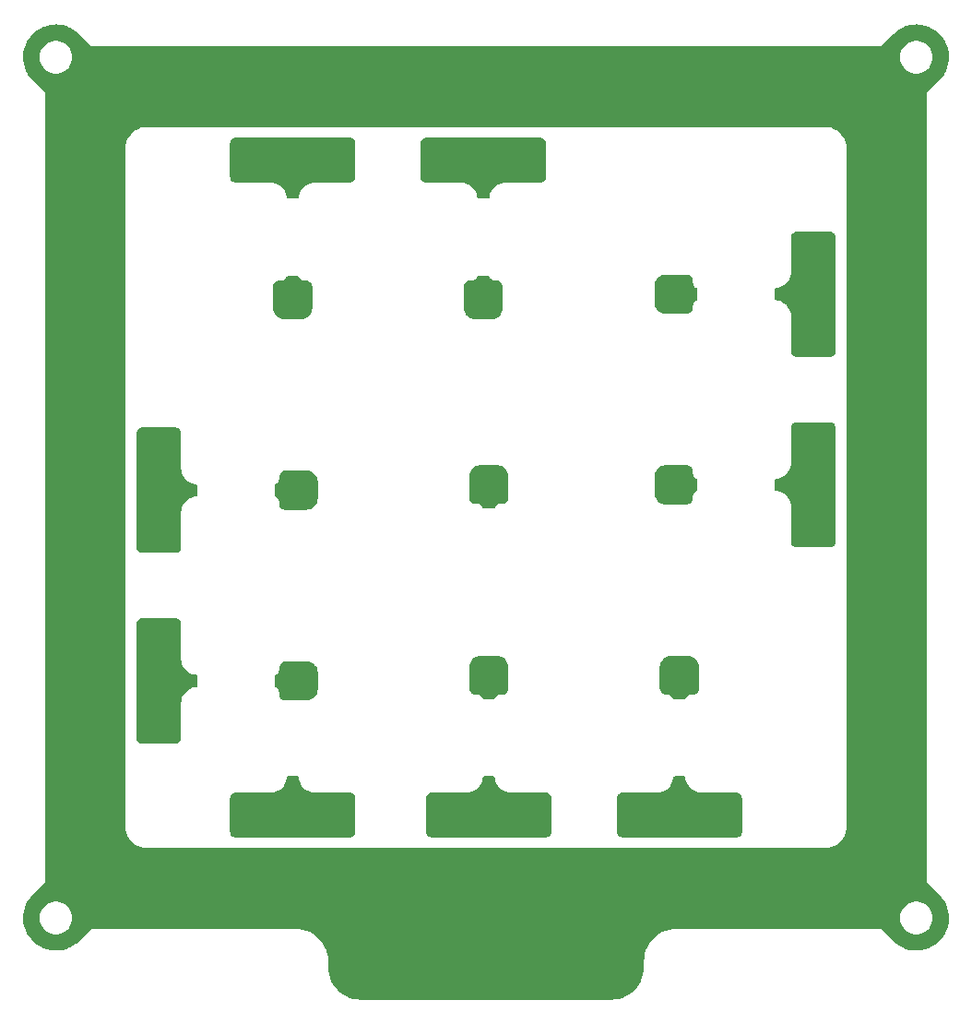
<source format=gbr>
G04 #@! TF.GenerationSoftware,KiCad,Pcbnew,7.0.2-6a45011f42~172~ubuntu22.04.1*
G04 #@! TF.CreationDate,2023-05-18T14:48:33+01:00*
G04 #@! TF.ProjectId,KX134_array,4b583133-345f-4617-9272-61792e6b6963,rev?*
G04 #@! TF.SameCoordinates,Original*
G04 #@! TF.FileFunction,Other,ECO1*
%FSLAX46Y46*%
G04 Gerber Fmt 4.6, Leading zero omitted, Abs format (unit mm)*
G04 Created by KiCad (PCBNEW 7.0.2-6a45011f42~172~ubuntu22.04.1) date 2023-05-18 14:48:33*
%MOMM*%
%LPD*%
G01*
G04 APERTURE LIST*
G04 APERTURE END LIST*
G36*
X151006070Y-80950597D02*
G01*
X151192687Y-80968976D01*
X151216529Y-80973718D01*
X151390131Y-81026379D01*
X151412590Y-81035682D01*
X151572579Y-81121199D01*
X151592790Y-81134704D01*
X151733022Y-81249789D01*
X151750210Y-81266977D01*
X151865295Y-81407209D01*
X151878800Y-81427420D01*
X151964317Y-81587409D01*
X151973620Y-81609868D01*
X152026281Y-81783470D01*
X152031023Y-81807311D01*
X152049403Y-81993927D01*
X152050000Y-82006081D01*
X152050000Y-83493918D01*
X152049403Y-83506073D01*
X152031022Y-83692691D01*
X152026280Y-83716531D01*
X151973618Y-83890134D01*
X151964315Y-83912592D01*
X151878801Y-84072577D01*
X151865296Y-84092789D01*
X151750209Y-84233022D01*
X151733021Y-84250210D01*
X151592790Y-84365295D01*
X151572579Y-84378800D01*
X151412590Y-84464317D01*
X151390131Y-84473620D01*
X151216530Y-84526281D01*
X151192689Y-84531023D01*
X151006072Y-84549403D01*
X150993918Y-84550000D01*
X149058126Y-84550000D01*
X149041940Y-84548939D01*
X148923833Y-84533389D01*
X148892567Y-84525011D01*
X148790083Y-84482561D01*
X148762049Y-84466376D01*
X148674042Y-84398847D01*
X148651152Y-84375957D01*
X148583623Y-84287950D01*
X148567438Y-84259916D01*
X148524988Y-84157432D01*
X148516610Y-84126165D01*
X148501061Y-84008058D01*
X148500000Y-83991873D01*
X148500000Y-83804053D01*
X148499470Y-83795980D01*
X148482962Y-83670589D01*
X148433013Y-83550000D01*
X148353553Y-83446446D01*
X148250000Y-83366986D01*
X148176547Y-83336561D01*
X148122143Y-83292719D01*
X148100079Y-83226425D01*
X148100000Y-83222000D01*
X148100000Y-82277999D01*
X148119685Y-82210960D01*
X148172489Y-82165205D01*
X148176548Y-82163438D01*
X148249999Y-82133013D01*
X148353553Y-82053553D01*
X148433013Y-81949999D01*
X148482962Y-81829410D01*
X148499456Y-81704128D01*
X148499985Y-81695837D01*
X148499507Y-81558345D01*
X148500567Y-81541727D01*
X148517810Y-81410759D01*
X148526188Y-81379493D01*
X148573685Y-81264824D01*
X148589871Y-81236789D01*
X148665432Y-81138317D01*
X148688320Y-81115428D01*
X148786787Y-81039871D01*
X148814821Y-81023686D01*
X148929492Y-80976188D01*
X148960760Y-80967810D01*
X149087984Y-80951061D01*
X149104169Y-80950000D01*
X150993917Y-80950000D01*
X151006070Y-80950597D01*
G37*
G36*
X139008062Y-94501061D02*
G01*
X139113221Y-94514904D01*
X139144490Y-94523282D01*
X139234918Y-94560739D01*
X139262952Y-94576925D01*
X139340605Y-94636511D01*
X139363494Y-94659400D01*
X139423076Y-94737049D01*
X139439261Y-94765083D01*
X139476716Y-94855508D01*
X139485094Y-94886775D01*
X139498939Y-94991941D01*
X139500000Y-95008126D01*
X139500000Y-98197554D01*
X139500191Y-98202434D01*
X139518467Y-98434653D01*
X139573413Y-98663525D01*
X139663490Y-98880987D01*
X139786473Y-99081677D01*
X139939339Y-99260660D01*
X140118323Y-99413527D01*
X140319012Y-99536510D01*
X140536474Y-99626586D01*
X140765347Y-99681533D01*
X140885728Y-99691007D01*
X140951017Y-99715891D01*
X140992488Y-99772121D01*
X141000000Y-99814625D01*
X141000000Y-100685375D01*
X140980315Y-100752414D01*
X140927511Y-100798169D01*
X140885729Y-100808993D01*
X140765347Y-100818467D01*
X140536474Y-100873414D01*
X140319013Y-100963490D01*
X140118323Y-101086473D01*
X139939340Y-101239340D01*
X139786473Y-101418323D01*
X139663490Y-101619013D01*
X139573414Y-101836474D01*
X139518467Y-102065347D01*
X139500191Y-102297566D01*
X139500000Y-102302446D01*
X139500000Y-105491874D01*
X139498939Y-105508060D01*
X139485093Y-105613224D01*
X139476715Y-105644491D01*
X139439259Y-105734918D01*
X139423074Y-105762951D01*
X139363491Y-105840601D01*
X139340601Y-105863491D01*
X139262951Y-105923074D01*
X139234918Y-105939259D01*
X139144491Y-105976715D01*
X139113224Y-105985093D01*
X139008060Y-105998939D01*
X138991874Y-106000000D01*
X135908117Y-106000000D01*
X135891932Y-105998939D01*
X135786776Y-105985095D01*
X135755508Y-105976717D01*
X135665080Y-105939260D01*
X135637047Y-105923075D01*
X135559397Y-105863492D01*
X135536507Y-105840602D01*
X135476924Y-105762952D01*
X135460739Y-105734918D01*
X135423283Y-105644490D01*
X135414905Y-105613222D01*
X135401061Y-105508059D01*
X135400000Y-105491875D01*
X135400000Y-95008125D01*
X135401061Y-94991940D01*
X135414906Y-94886776D01*
X135423284Y-94855508D01*
X135460740Y-94765081D01*
X135476925Y-94737048D01*
X135536508Y-94659398D01*
X135559398Y-94636508D01*
X135637048Y-94576925D01*
X135665081Y-94560740D01*
X135755508Y-94523284D01*
X135786776Y-94514906D01*
X135891940Y-94501061D01*
X135908125Y-94500000D01*
X138991878Y-94500000D01*
X139008062Y-94501061D01*
G37*
G36*
X185958065Y-62951061D02*
G01*
X186076166Y-62966611D01*
X186107431Y-62974989D01*
X186209915Y-63017439D01*
X186237949Y-63033624D01*
X186325954Y-63101152D01*
X186348844Y-63124041D01*
X186416376Y-63212050D01*
X186432561Y-63240085D01*
X186475010Y-63342567D01*
X186483388Y-63373833D01*
X186498938Y-63491940D01*
X186499999Y-63508126D01*
X186499999Y-63695946D01*
X186500528Y-63704018D01*
X186517037Y-63829410D01*
X186566986Y-63949999D01*
X186646445Y-64053553D01*
X186749999Y-64133012D01*
X186823451Y-64163437D01*
X186877855Y-64207278D01*
X186899920Y-64273572D01*
X186899999Y-64277998D01*
X186899999Y-65222000D01*
X186880314Y-65289039D01*
X186827510Y-65334794D01*
X186823452Y-65336561D01*
X186749998Y-65366986D01*
X186646445Y-65446445D01*
X186566985Y-65550000D01*
X186517036Y-65670589D01*
X186500542Y-65795871D01*
X186500013Y-65804162D01*
X186500491Y-65941657D01*
X186499431Y-65958273D01*
X186482189Y-66089239D01*
X186473811Y-66120506D01*
X186426313Y-66235178D01*
X186410128Y-66263212D01*
X186334570Y-66361681D01*
X186311680Y-66384571D01*
X186213210Y-66460129D01*
X186185176Y-66476314D01*
X186070507Y-66523811D01*
X186039241Y-66532189D01*
X185912016Y-66548939D01*
X185895830Y-66550000D01*
X184006082Y-66550000D01*
X183993928Y-66549403D01*
X183807310Y-66531023D01*
X183783469Y-66526281D01*
X183609865Y-66473619D01*
X183587407Y-66464316D01*
X183427421Y-66378802D01*
X183407209Y-66365297D01*
X183266976Y-66250210D01*
X183249788Y-66233022D01*
X183134703Y-66092790D01*
X183121198Y-66072579D01*
X183035681Y-65912590D01*
X183026378Y-65890131D01*
X182973717Y-65716529D01*
X182968975Y-65692687D01*
X182950596Y-65506061D01*
X182949999Y-65493908D01*
X182949999Y-64006073D01*
X182950596Y-63993918D01*
X182968976Y-63807309D01*
X182973718Y-63783469D01*
X183026379Y-63609868D01*
X183035682Y-63587410D01*
X183121199Y-63427420D01*
X183134704Y-63407208D01*
X183249788Y-63266978D01*
X183266976Y-63249790D01*
X183407208Y-63134705D01*
X183427420Y-63121200D01*
X183587410Y-63035683D01*
X183609868Y-63026380D01*
X183783467Y-62973719D01*
X183807308Y-62968977D01*
X183993927Y-62950597D01*
X184006081Y-62950000D01*
X185941878Y-62950000D01*
X185958065Y-62951061D01*
G37*
G36*
X168506081Y-97950596D02*
G01*
X168692690Y-97968976D01*
X168716530Y-97973718D01*
X168890131Y-98026379D01*
X168912589Y-98035682D01*
X169072579Y-98121199D01*
X169092791Y-98134704D01*
X169233021Y-98249788D01*
X169250209Y-98266976D01*
X169365294Y-98407208D01*
X169378799Y-98427420D01*
X169464316Y-98587410D01*
X169473619Y-98609868D01*
X169526280Y-98783467D01*
X169531022Y-98807307D01*
X169549403Y-98993924D01*
X169550000Y-99006079D01*
X169550000Y-100941877D01*
X169548939Y-100958065D01*
X169533388Y-101076167D01*
X169525010Y-101107431D01*
X169482560Y-101209915D01*
X169466375Y-101237949D01*
X169398847Y-101325954D01*
X169375958Y-101348844D01*
X169287949Y-101416376D01*
X169259914Y-101432561D01*
X169157432Y-101475010D01*
X169126166Y-101483388D01*
X169008060Y-101498938D01*
X168991874Y-101499999D01*
X168804053Y-101499999D01*
X168795981Y-101500528D01*
X168670589Y-101517037D01*
X168550000Y-101566986D01*
X168446446Y-101646445D01*
X168366987Y-101749998D01*
X168336562Y-101823452D01*
X168292720Y-101877856D01*
X168226426Y-101899920D01*
X168222001Y-101899999D01*
X167277999Y-101899999D01*
X167210960Y-101880314D01*
X167165205Y-101827510D01*
X167163438Y-101823451D01*
X167133013Y-101749999D01*
X167053554Y-101646445D01*
X166949999Y-101566985D01*
X166829410Y-101517036D01*
X166704128Y-101500542D01*
X166695837Y-101500013D01*
X166558342Y-101500491D01*
X166541726Y-101499431D01*
X166410760Y-101482189D01*
X166379493Y-101473811D01*
X166264821Y-101426313D01*
X166236787Y-101410128D01*
X166138318Y-101334570D01*
X166115428Y-101311680D01*
X166039870Y-101213210D01*
X166023685Y-101185176D01*
X165976188Y-101070507D01*
X165967810Y-101039240D01*
X165951061Y-100912015D01*
X165950000Y-100895830D01*
X165950000Y-99006081D01*
X165950597Y-98993928D01*
X165968976Y-98807311D01*
X165973718Y-98783469D01*
X166026380Y-98609865D01*
X166035683Y-98587407D01*
X166121197Y-98427421D01*
X166134702Y-98407209D01*
X166249789Y-98266976D01*
X166266977Y-98249788D01*
X166407209Y-98134703D01*
X166427420Y-98121198D01*
X166587409Y-98035681D01*
X166609868Y-98026378D01*
X166783470Y-97973717D01*
X166807312Y-97968975D01*
X166993938Y-97950596D01*
X167006091Y-97949999D01*
X168493926Y-97949999D01*
X168506081Y-97950596D01*
G37*
G36*
X172508059Y-50401061D02*
G01*
X172613223Y-50414906D01*
X172644491Y-50423284D01*
X172734918Y-50460740D01*
X172762951Y-50476925D01*
X172840601Y-50536508D01*
X172863491Y-50559398D01*
X172923074Y-50637048D01*
X172939259Y-50665081D01*
X172976715Y-50755508D01*
X172985093Y-50786776D01*
X172998938Y-50891940D01*
X172999999Y-50908125D01*
X172999999Y-53991878D01*
X172998938Y-54008062D01*
X172985095Y-54113221D01*
X172976717Y-54144490D01*
X172939260Y-54234918D01*
X172923074Y-54262952D01*
X172863488Y-54340605D01*
X172840599Y-54363494D01*
X172762950Y-54423076D01*
X172734916Y-54439261D01*
X172644491Y-54476716D01*
X172613224Y-54485094D01*
X172508058Y-54498939D01*
X172491873Y-54500000D01*
X169302445Y-54500000D01*
X169297565Y-54500191D01*
X169065346Y-54518467D01*
X168836474Y-54573413D01*
X168619012Y-54663490D01*
X168418322Y-54786473D01*
X168239339Y-54939339D01*
X168086472Y-55118323D01*
X167963489Y-55319012D01*
X167873413Y-55536474D01*
X167818466Y-55765347D01*
X167808992Y-55885729D01*
X167784108Y-55951017D01*
X167727877Y-55992488D01*
X167685374Y-56000000D01*
X166814625Y-56000000D01*
X166747586Y-55980315D01*
X166701831Y-55927511D01*
X166691007Y-55885729D01*
X166681532Y-55765347D01*
X166626585Y-55536474D01*
X166536509Y-55319013D01*
X166413526Y-55118323D01*
X166260659Y-54939340D01*
X166081676Y-54786473D01*
X165880986Y-54663490D01*
X165663525Y-54573414D01*
X165434652Y-54518467D01*
X165202433Y-54500191D01*
X165197554Y-54500000D01*
X162008126Y-54500000D01*
X161991940Y-54498939D01*
X161886775Y-54485093D01*
X161855508Y-54476715D01*
X161765081Y-54439259D01*
X161737048Y-54423074D01*
X161659398Y-54363491D01*
X161636508Y-54340601D01*
X161576925Y-54262951D01*
X161560740Y-54234918D01*
X161523284Y-54144491D01*
X161514906Y-54113223D01*
X161501061Y-54008059D01*
X161500000Y-53991874D01*
X161500000Y-50908116D01*
X161501061Y-50891932D01*
X161514904Y-50786777D01*
X161523282Y-50755508D01*
X161560739Y-50665080D01*
X161576924Y-50637047D01*
X161636507Y-50559397D01*
X161659397Y-50536507D01*
X161737047Y-50476924D01*
X161765081Y-50460739D01*
X161855509Y-50423283D01*
X161886777Y-50414905D01*
X161991940Y-50401061D01*
X162008124Y-50400000D01*
X172491874Y-50400000D01*
X172508059Y-50401061D01*
G37*
G36*
X186006081Y-97950596D02*
G01*
X186192690Y-97968976D01*
X186216530Y-97973718D01*
X186390131Y-98026379D01*
X186412589Y-98035682D01*
X186572579Y-98121199D01*
X186592791Y-98134704D01*
X186733021Y-98249788D01*
X186750209Y-98266976D01*
X186865294Y-98407208D01*
X186878799Y-98427420D01*
X186964316Y-98587410D01*
X186973619Y-98609868D01*
X187026280Y-98783467D01*
X187031022Y-98807307D01*
X187049403Y-98993924D01*
X187050000Y-99006079D01*
X187050000Y-100941877D01*
X187048939Y-100958065D01*
X187033388Y-101076167D01*
X187025010Y-101107431D01*
X186982560Y-101209915D01*
X186966375Y-101237949D01*
X186898847Y-101325954D01*
X186875958Y-101348844D01*
X186787949Y-101416376D01*
X186759914Y-101432561D01*
X186657432Y-101475010D01*
X186626166Y-101483388D01*
X186508060Y-101498938D01*
X186491874Y-101499999D01*
X186304053Y-101499999D01*
X186295981Y-101500528D01*
X186170589Y-101517037D01*
X186050000Y-101566986D01*
X185946446Y-101646445D01*
X185866987Y-101749998D01*
X185836562Y-101823452D01*
X185792720Y-101877856D01*
X185726426Y-101899920D01*
X185722001Y-101899999D01*
X184777999Y-101899999D01*
X184710960Y-101880314D01*
X184665205Y-101827510D01*
X184663438Y-101823451D01*
X184633013Y-101749999D01*
X184553554Y-101646445D01*
X184449999Y-101566985D01*
X184329410Y-101517036D01*
X184204128Y-101500542D01*
X184195837Y-101500013D01*
X184058342Y-101500491D01*
X184041726Y-101499431D01*
X183910760Y-101482189D01*
X183879493Y-101473811D01*
X183764821Y-101426313D01*
X183736787Y-101410128D01*
X183638318Y-101334570D01*
X183615428Y-101311680D01*
X183539870Y-101213210D01*
X183523685Y-101185176D01*
X183476188Y-101070507D01*
X183467810Y-101039240D01*
X183451061Y-100912015D01*
X183450000Y-100895830D01*
X183450000Y-99006081D01*
X183450597Y-98993928D01*
X183468976Y-98807311D01*
X183473718Y-98783469D01*
X183526380Y-98609865D01*
X183535683Y-98587407D01*
X183621197Y-98427421D01*
X183634702Y-98407209D01*
X183749789Y-98266976D01*
X183766977Y-98249788D01*
X183907209Y-98134703D01*
X183927420Y-98121198D01*
X184087409Y-98035681D01*
X184109868Y-98026378D01*
X184283470Y-97973717D01*
X184307312Y-97968975D01*
X184493938Y-97950596D01*
X184506091Y-97949999D01*
X185993926Y-97949999D01*
X186006081Y-97950596D01*
G37*
G36*
X150252415Y-109019685D02*
G01*
X150298170Y-109072489D01*
X150308994Y-109114271D01*
X150318468Y-109234651D01*
X150373415Y-109463524D01*
X150463491Y-109680986D01*
X150586474Y-109881675D01*
X150739341Y-110060658D01*
X150918324Y-110213525D01*
X151119013Y-110336508D01*
X151336475Y-110426584D01*
X151565348Y-110481531D01*
X151797567Y-110499807D01*
X151802447Y-110499999D01*
X154991874Y-110499999D01*
X155008060Y-110501060D01*
X155113224Y-110514906D01*
X155144491Y-110523284D01*
X155234918Y-110560740D01*
X155262951Y-110576925D01*
X155340601Y-110636508D01*
X155363491Y-110659398D01*
X155423074Y-110737048D01*
X155439259Y-110765081D01*
X155476715Y-110855508D01*
X155485093Y-110886775D01*
X155498939Y-110991938D01*
X155500000Y-111008124D01*
X155500000Y-114091882D01*
X155498939Y-114108068D01*
X155485094Y-114213224D01*
X155476716Y-114244490D01*
X155439260Y-114334918D01*
X155423075Y-114362952D01*
X155363492Y-114440602D01*
X155340602Y-114463492D01*
X155262952Y-114523075D01*
X155234918Y-114539260D01*
X155144490Y-114576716D01*
X155113223Y-114585094D01*
X155008061Y-114598939D01*
X154991876Y-114600000D01*
X146000016Y-114600000D01*
X145999984Y-114599999D01*
X144508125Y-114599999D01*
X144491940Y-114598938D01*
X144386776Y-114585093D01*
X144355508Y-114576715D01*
X144265081Y-114539259D01*
X144237048Y-114523074D01*
X144159398Y-114463491D01*
X144136508Y-114440601D01*
X144076925Y-114362951D01*
X144060740Y-114334918D01*
X144023284Y-114244491D01*
X144014906Y-114213223D01*
X144001061Y-114108059D01*
X144000000Y-114091874D01*
X144000000Y-111008121D01*
X144001061Y-110991937D01*
X144014904Y-110886778D01*
X144023282Y-110855509D01*
X144060739Y-110765081D01*
X144076925Y-110737047D01*
X144136511Y-110659394D01*
X144159400Y-110636505D01*
X144237049Y-110576923D01*
X144265083Y-110560738D01*
X144355508Y-110523283D01*
X144386775Y-110514905D01*
X144491941Y-110501060D01*
X144508126Y-110499999D01*
X147697554Y-110500000D01*
X147702434Y-110499809D01*
X147934653Y-110481532D01*
X148163525Y-110426586D01*
X148380987Y-110336509D01*
X148581680Y-110213524D01*
X148760661Y-110060661D01*
X148913524Y-109881680D01*
X149036509Y-109680987D01*
X149126586Y-109463525D01*
X149181532Y-109234653D01*
X149191007Y-109114271D01*
X149215891Y-109048983D01*
X149272122Y-109007512D01*
X149314625Y-109000000D01*
X150185376Y-109000000D01*
X150252415Y-109019685D01*
G37*
G36*
X185752415Y-109019685D02*
G01*
X185798170Y-109072489D01*
X185808994Y-109114272D01*
X185818467Y-109234652D01*
X185873414Y-109463525D01*
X185963491Y-109680987D01*
X186086476Y-109881680D01*
X186239339Y-110060661D01*
X186418320Y-110213524D01*
X186619013Y-110336509D01*
X186836475Y-110426585D01*
X187065348Y-110481532D01*
X187297567Y-110499808D01*
X187302447Y-110500000D01*
X190491874Y-110500000D01*
X190508059Y-110501061D01*
X190613223Y-110514906D01*
X190644491Y-110523284D01*
X190734918Y-110560740D01*
X190762951Y-110576925D01*
X190840601Y-110636508D01*
X190863491Y-110659398D01*
X190923074Y-110737048D01*
X190939259Y-110765081D01*
X190976715Y-110855508D01*
X190985093Y-110886775D01*
X190998939Y-110991938D01*
X191000000Y-111008124D01*
X191000000Y-114091882D01*
X190998939Y-114108068D01*
X190985094Y-114213224D01*
X190976716Y-114244490D01*
X190939260Y-114334918D01*
X190923075Y-114362952D01*
X190863492Y-114440602D01*
X190840602Y-114463492D01*
X190762952Y-114523075D01*
X190734918Y-114539260D01*
X190644490Y-114576716D01*
X190613223Y-114585094D01*
X190508061Y-114598939D01*
X190491876Y-114600000D01*
X181500016Y-114600000D01*
X181499984Y-114599999D01*
X180008125Y-114599999D01*
X179991940Y-114598938D01*
X179886776Y-114585093D01*
X179855508Y-114576715D01*
X179765081Y-114539259D01*
X179737048Y-114523074D01*
X179659398Y-114463491D01*
X179636508Y-114440601D01*
X179576925Y-114362951D01*
X179560740Y-114334918D01*
X179523284Y-114244491D01*
X179514906Y-114213223D01*
X179501061Y-114108059D01*
X179500000Y-114091874D01*
X179500000Y-111008121D01*
X179501061Y-110991937D01*
X179514904Y-110886778D01*
X179523282Y-110855509D01*
X179560739Y-110765081D01*
X179576925Y-110737047D01*
X179636511Y-110659394D01*
X179659400Y-110636505D01*
X179737049Y-110576923D01*
X179765083Y-110560738D01*
X179855508Y-110523283D01*
X179886775Y-110514905D01*
X179991941Y-110501060D01*
X180008126Y-110499999D01*
X183197554Y-110499999D01*
X183202434Y-110499808D01*
X183434653Y-110481532D01*
X183663525Y-110426586D01*
X183880987Y-110336509D01*
X184081677Y-110213526D01*
X184260660Y-110060660D01*
X184413527Y-109881676D01*
X184536510Y-109680987D01*
X184626586Y-109463525D01*
X184681533Y-109234652D01*
X184691008Y-109114271D01*
X184715892Y-109048983D01*
X184772123Y-109007512D01*
X184814626Y-109000000D01*
X185685376Y-109000000D01*
X185752415Y-109019685D01*
G37*
G36*
X155008059Y-50401061D02*
G01*
X155113223Y-50414906D01*
X155144491Y-50423284D01*
X155234918Y-50460740D01*
X155262951Y-50476925D01*
X155340601Y-50536508D01*
X155363491Y-50559398D01*
X155423074Y-50637048D01*
X155439259Y-50665081D01*
X155476715Y-50755508D01*
X155485093Y-50786776D01*
X155498938Y-50891940D01*
X155499999Y-50908125D01*
X155499999Y-53991878D01*
X155498938Y-54008062D01*
X155485095Y-54113221D01*
X155476717Y-54144490D01*
X155439260Y-54234918D01*
X155423074Y-54262952D01*
X155363488Y-54340605D01*
X155340599Y-54363494D01*
X155262950Y-54423076D01*
X155234916Y-54439261D01*
X155144491Y-54476716D01*
X155113224Y-54485094D01*
X155008058Y-54498939D01*
X154991873Y-54500000D01*
X151802445Y-54500000D01*
X151797565Y-54500191D01*
X151565346Y-54518467D01*
X151336474Y-54573413D01*
X151119012Y-54663490D01*
X150918322Y-54786473D01*
X150739339Y-54939339D01*
X150586472Y-55118323D01*
X150463489Y-55319012D01*
X150373413Y-55536474D01*
X150318466Y-55765347D01*
X150308992Y-55885729D01*
X150284108Y-55951017D01*
X150227877Y-55992488D01*
X150185374Y-56000000D01*
X149314625Y-56000000D01*
X149247586Y-55980315D01*
X149201831Y-55927511D01*
X149191007Y-55885729D01*
X149181532Y-55765347D01*
X149126585Y-55536474D01*
X149036509Y-55319013D01*
X148913526Y-55118323D01*
X148760659Y-54939340D01*
X148581676Y-54786473D01*
X148380986Y-54663490D01*
X148163525Y-54573414D01*
X147934652Y-54518467D01*
X147702433Y-54500191D01*
X147697554Y-54500000D01*
X144508126Y-54500000D01*
X144491940Y-54498939D01*
X144386775Y-54485093D01*
X144355508Y-54476715D01*
X144265081Y-54439259D01*
X144237048Y-54423074D01*
X144159398Y-54363491D01*
X144136508Y-54340601D01*
X144076925Y-54262951D01*
X144060740Y-54234918D01*
X144023284Y-54144491D01*
X144014906Y-54113223D01*
X144001061Y-54008059D01*
X144000000Y-53991874D01*
X144000000Y-50908116D01*
X144001061Y-50891932D01*
X144014904Y-50786777D01*
X144023282Y-50755508D01*
X144060739Y-50665080D01*
X144076924Y-50637047D01*
X144136507Y-50559397D01*
X144159397Y-50536507D01*
X144237047Y-50476924D01*
X144265081Y-50460739D01*
X144355509Y-50423283D01*
X144386777Y-50414905D01*
X144491940Y-50401061D01*
X144508124Y-50400000D01*
X154991874Y-50400000D01*
X155008059Y-50401061D01*
G37*
G36*
X150289040Y-63119686D02*
G01*
X150334795Y-63172490D01*
X150336562Y-63176549D01*
X150366986Y-63250000D01*
X150446445Y-63353554D01*
X150550000Y-63433014D01*
X150670589Y-63482963D01*
X150795871Y-63499457D01*
X150804162Y-63499986D01*
X150941656Y-63499508D01*
X150958273Y-63500568D01*
X151089239Y-63517810D01*
X151120506Y-63526188D01*
X151235178Y-63573686D01*
X151263212Y-63589871D01*
X151361681Y-63665429D01*
X151384571Y-63688319D01*
X151460129Y-63786789D01*
X151476314Y-63814823D01*
X151523811Y-63929492D01*
X151532189Y-63960758D01*
X151548939Y-64087982D01*
X151550000Y-64104168D01*
X151550000Y-65993917D01*
X151549403Y-66006071D01*
X151531023Y-66192689D01*
X151526281Y-66216530D01*
X151473619Y-66390134D01*
X151464316Y-66412592D01*
X151378802Y-66572578D01*
X151365297Y-66592790D01*
X151250210Y-66733023D01*
X151233022Y-66750211D01*
X151092790Y-66865296D01*
X151072579Y-66878801D01*
X150912590Y-66964318D01*
X150890131Y-66973621D01*
X150716529Y-67026282D01*
X150692687Y-67031024D01*
X150506062Y-67049404D01*
X150493909Y-67050001D01*
X149006083Y-67050001D01*
X148993928Y-67049404D01*
X148807309Y-67031023D01*
X148783469Y-67026281D01*
X148609868Y-66973620D01*
X148587410Y-66964317D01*
X148427420Y-66878800D01*
X148407208Y-66865295D01*
X148266978Y-66750211D01*
X148249790Y-66733023D01*
X148134705Y-66592791D01*
X148121200Y-66572579D01*
X148035683Y-66412589D01*
X148026380Y-66390131D01*
X147973719Y-66216532D01*
X147968977Y-66192691D01*
X147950597Y-66006073D01*
X147950000Y-65993919D01*
X147950000Y-64058128D01*
X147951061Y-64041942D01*
X147966611Y-63923834D01*
X147974989Y-63892568D01*
X148017439Y-63790084D01*
X148033624Y-63762050D01*
X148101152Y-63674045D01*
X148124041Y-63651155D01*
X148212050Y-63583623D01*
X148240085Y-63567438D01*
X148342567Y-63524989D01*
X148373834Y-63516611D01*
X148491941Y-63501062D01*
X148508126Y-63500001D01*
X148695947Y-63500001D01*
X148704018Y-63499471D01*
X148829410Y-63482962D01*
X148949999Y-63433013D01*
X149053553Y-63353554D01*
X149133012Y-63250001D01*
X149163438Y-63176548D01*
X149207280Y-63122144D01*
X149273574Y-63100080D01*
X149277999Y-63100001D01*
X150222001Y-63100001D01*
X150289040Y-63119686D01*
G37*
G36*
X151006071Y-98450597D02*
G01*
X151192688Y-98468976D01*
X151216530Y-98473718D01*
X151390134Y-98526380D01*
X151412592Y-98535683D01*
X151572578Y-98621197D01*
X151592790Y-98634702D01*
X151733023Y-98749789D01*
X151750211Y-98766977D01*
X151865296Y-98907209D01*
X151878801Y-98927420D01*
X151964318Y-99087409D01*
X151973621Y-99109868D01*
X152026282Y-99283470D01*
X152031024Y-99307311D01*
X152049404Y-99493927D01*
X152050001Y-99506081D01*
X152050001Y-100993916D01*
X152049404Y-101006071D01*
X152031022Y-101192691D01*
X152026280Y-101216532D01*
X151973618Y-101390134D01*
X151964315Y-101412591D01*
X151878801Y-101572578D01*
X151865296Y-101592790D01*
X151750210Y-101733022D01*
X151733022Y-101750210D01*
X151592790Y-101865296D01*
X151572578Y-101878801D01*
X151412591Y-101964315D01*
X151390134Y-101973618D01*
X151216532Y-102026280D01*
X151192691Y-102031022D01*
X151006073Y-102049403D01*
X150993918Y-102050000D01*
X149058128Y-102050000D01*
X149041941Y-102048939D01*
X148923833Y-102033388D01*
X148892568Y-102025010D01*
X148790084Y-101982560D01*
X148762050Y-101966375D01*
X148674045Y-101898847D01*
X148651155Y-101875958D01*
X148583623Y-101787949D01*
X148567438Y-101759914D01*
X148524989Y-101657432D01*
X148516611Y-101626165D01*
X148501062Y-101508058D01*
X148500001Y-101491873D01*
X148500001Y-101304053D01*
X148499471Y-101295981D01*
X148482962Y-101170589D01*
X148433013Y-101050000D01*
X148353554Y-100946446D01*
X148250001Y-100866987D01*
X148176548Y-100836562D01*
X148122144Y-100792720D01*
X148100080Y-100726426D01*
X148100001Y-100722001D01*
X148100001Y-99777999D01*
X148119686Y-99710960D01*
X148172490Y-99665205D01*
X148176549Y-99663438D01*
X148250000Y-99633013D01*
X148353554Y-99553554D01*
X148433014Y-99449999D01*
X148482963Y-99329410D01*
X148499457Y-99204128D01*
X148499986Y-99195837D01*
X148499508Y-99058343D01*
X148500568Y-99041726D01*
X148517810Y-98910760D01*
X148526188Y-98879493D01*
X148573686Y-98764821D01*
X148589871Y-98736787D01*
X148665429Y-98638318D01*
X148688319Y-98615428D01*
X148786789Y-98539870D01*
X148814823Y-98523685D01*
X148929492Y-98476188D01*
X148960759Y-98467810D01*
X149087985Y-98451061D01*
X149104170Y-98450000D01*
X150993918Y-98450000D01*
X151006071Y-98450597D01*
G37*
G36*
X199108067Y-76501061D02*
G01*
X199213222Y-76514904D01*
X199244491Y-76523282D01*
X199334919Y-76560739D01*
X199362952Y-76576924D01*
X199440602Y-76636507D01*
X199463492Y-76659397D01*
X199523075Y-76737047D01*
X199539260Y-76765080D01*
X199576717Y-76855508D01*
X199585095Y-76886777D01*
X199598939Y-76991939D01*
X199600000Y-77008123D01*
X199600000Y-85999983D01*
X199599999Y-86000017D01*
X199599999Y-87491874D01*
X199598938Y-87508059D01*
X199585093Y-87613223D01*
X199576715Y-87644491D01*
X199539259Y-87734918D01*
X199523074Y-87762951D01*
X199463491Y-87840601D01*
X199440601Y-87863491D01*
X199362951Y-87923074D01*
X199334918Y-87939259D01*
X199244491Y-87976715D01*
X199213223Y-87985093D01*
X199108059Y-87998938D01*
X199091874Y-87999999D01*
X196008121Y-87999999D01*
X195991937Y-87998938D01*
X195886778Y-87985095D01*
X195855509Y-87976717D01*
X195765081Y-87939260D01*
X195737047Y-87923074D01*
X195659394Y-87863488D01*
X195636505Y-87840599D01*
X195576923Y-87762950D01*
X195560738Y-87734916D01*
X195523283Y-87644491D01*
X195514905Y-87613224D01*
X195501060Y-87508058D01*
X195499999Y-87491873D01*
X195499999Y-84302445D01*
X195499808Y-84297565D01*
X195481532Y-84065346D01*
X195426586Y-83836474D01*
X195336509Y-83619012D01*
X195213526Y-83418322D01*
X195060660Y-83239339D01*
X194881676Y-83086472D01*
X194680987Y-82963489D01*
X194463525Y-82873413D01*
X194234652Y-82818466D01*
X194114270Y-82808991D01*
X194048982Y-82784106D01*
X194007511Y-82727875D01*
X194000000Y-82685373D01*
X194000000Y-81814623D01*
X194019685Y-81747584D01*
X194072489Y-81701829D01*
X194114273Y-81691005D01*
X194234651Y-81681532D01*
X194463525Y-81626585D01*
X194680987Y-81536508D01*
X194881680Y-81413523D01*
X195060661Y-81260660D01*
X195213524Y-81081679D01*
X195336509Y-80880986D01*
X195426585Y-80663524D01*
X195481532Y-80434651D01*
X195499808Y-80202432D01*
X195500000Y-80197552D01*
X195500000Y-77008125D01*
X195501061Y-76991940D01*
X195514906Y-76886776D01*
X195523284Y-76855508D01*
X195560740Y-76765081D01*
X195576925Y-76737048D01*
X195636508Y-76659398D01*
X195659398Y-76636508D01*
X195737048Y-76576925D01*
X195765081Y-76560740D01*
X195855508Y-76523284D01*
X195886776Y-76514906D01*
X195991941Y-76501061D01*
X196008126Y-76500000D01*
X199091883Y-76500000D01*
X199108067Y-76501061D01*
G37*
G36*
X199108067Y-59001061D02*
G01*
X199213222Y-59014904D01*
X199244491Y-59023282D01*
X199334919Y-59060739D01*
X199362952Y-59076924D01*
X199440602Y-59136507D01*
X199463492Y-59159397D01*
X199523075Y-59237047D01*
X199539260Y-59265080D01*
X199576717Y-59355508D01*
X199585095Y-59386777D01*
X199598939Y-59491939D01*
X199600000Y-59508123D01*
X199600000Y-68499983D01*
X199599999Y-68500017D01*
X199599999Y-69991874D01*
X199598938Y-70008059D01*
X199585093Y-70113223D01*
X199576715Y-70144491D01*
X199539259Y-70234918D01*
X199523074Y-70262951D01*
X199463491Y-70340601D01*
X199440601Y-70363491D01*
X199362951Y-70423074D01*
X199334918Y-70439259D01*
X199244491Y-70476715D01*
X199213223Y-70485093D01*
X199108059Y-70498938D01*
X199091874Y-70499999D01*
X196008121Y-70499999D01*
X195991937Y-70498938D01*
X195886778Y-70485095D01*
X195855509Y-70476717D01*
X195765081Y-70439260D01*
X195737047Y-70423074D01*
X195659394Y-70363488D01*
X195636505Y-70340599D01*
X195576923Y-70262950D01*
X195560738Y-70234916D01*
X195523283Y-70144491D01*
X195514905Y-70113224D01*
X195501060Y-70008058D01*
X195499999Y-69991873D01*
X195499999Y-66802445D01*
X195499808Y-66797565D01*
X195481532Y-66565346D01*
X195426586Y-66336474D01*
X195336509Y-66119012D01*
X195213526Y-65918322D01*
X195060660Y-65739339D01*
X194881676Y-65586472D01*
X194680987Y-65463489D01*
X194463525Y-65373413D01*
X194234652Y-65318466D01*
X194114270Y-65308991D01*
X194048982Y-65284106D01*
X194007511Y-65227875D01*
X194000000Y-65185373D01*
X194000000Y-64314623D01*
X194019685Y-64247584D01*
X194072489Y-64201829D01*
X194114273Y-64191005D01*
X194234651Y-64181532D01*
X194463525Y-64126585D01*
X194680987Y-64036508D01*
X194881680Y-63913523D01*
X195060661Y-63760660D01*
X195213524Y-63581679D01*
X195336509Y-63380986D01*
X195426585Y-63163524D01*
X195481532Y-62934651D01*
X195499808Y-62702432D01*
X195500000Y-62697552D01*
X195500000Y-59508125D01*
X195501061Y-59491940D01*
X195514906Y-59386776D01*
X195523284Y-59355508D01*
X195560740Y-59265081D01*
X195576925Y-59237048D01*
X195636508Y-59159398D01*
X195659398Y-59136508D01*
X195737048Y-59076925D01*
X195765081Y-59060740D01*
X195855508Y-59023284D01*
X195886776Y-59014906D01*
X195991941Y-59001061D01*
X196008126Y-59000000D01*
X199091883Y-59000000D01*
X199108067Y-59001061D01*
G37*
G36*
X185958065Y-80451061D02*
G01*
X186076166Y-80466611D01*
X186107431Y-80474989D01*
X186209915Y-80517439D01*
X186237949Y-80533624D01*
X186325954Y-80601152D01*
X186348844Y-80624041D01*
X186416376Y-80712050D01*
X186432561Y-80740085D01*
X186475010Y-80842567D01*
X186483388Y-80873833D01*
X186498938Y-80991940D01*
X186499999Y-81008126D01*
X186499999Y-81195946D01*
X186500528Y-81204018D01*
X186517037Y-81329410D01*
X186566986Y-81449999D01*
X186646445Y-81553553D01*
X186749999Y-81633012D01*
X186823451Y-81663437D01*
X186877855Y-81707278D01*
X186899920Y-81773572D01*
X186899999Y-81777998D01*
X186899999Y-82722000D01*
X186880314Y-82789039D01*
X186827510Y-82834794D01*
X186823452Y-82836561D01*
X186749998Y-82866986D01*
X186646445Y-82946445D01*
X186566985Y-83050000D01*
X186517036Y-83170589D01*
X186500542Y-83295871D01*
X186500013Y-83304162D01*
X186500491Y-83441657D01*
X186499431Y-83458273D01*
X186482189Y-83589239D01*
X186473811Y-83620506D01*
X186426313Y-83735178D01*
X186410128Y-83763212D01*
X186334570Y-83861681D01*
X186311680Y-83884571D01*
X186213210Y-83960129D01*
X186185176Y-83976314D01*
X186070507Y-84023811D01*
X186039241Y-84032189D01*
X185912016Y-84048939D01*
X185895830Y-84050000D01*
X184006082Y-84050000D01*
X183993928Y-84049403D01*
X183807310Y-84031023D01*
X183783469Y-84026281D01*
X183609865Y-83973619D01*
X183587407Y-83964316D01*
X183427421Y-83878802D01*
X183407209Y-83865297D01*
X183266976Y-83750210D01*
X183249788Y-83733022D01*
X183134703Y-83592790D01*
X183121198Y-83572579D01*
X183035681Y-83412590D01*
X183026378Y-83390131D01*
X182973717Y-83216529D01*
X182968975Y-83192687D01*
X182950596Y-83006061D01*
X182949999Y-82993908D01*
X182949999Y-81506073D01*
X182950596Y-81493918D01*
X182968976Y-81307309D01*
X182973718Y-81283469D01*
X183026379Y-81109868D01*
X183035682Y-81087410D01*
X183121199Y-80927420D01*
X183134704Y-80907208D01*
X183249788Y-80766978D01*
X183266976Y-80749790D01*
X183407208Y-80634705D01*
X183427420Y-80621200D01*
X183587410Y-80535683D01*
X183609868Y-80526380D01*
X183783467Y-80473719D01*
X183807308Y-80468977D01*
X183993927Y-80450597D01*
X184006081Y-80450000D01*
X185941878Y-80450000D01*
X185958065Y-80451061D01*
G37*
G36*
X167789040Y-63119686D02*
G01*
X167834795Y-63172490D01*
X167836562Y-63176549D01*
X167866986Y-63250000D01*
X167946445Y-63353554D01*
X168050000Y-63433014D01*
X168170589Y-63482963D01*
X168295871Y-63499457D01*
X168304162Y-63499986D01*
X168441656Y-63499508D01*
X168458273Y-63500568D01*
X168589239Y-63517810D01*
X168620506Y-63526188D01*
X168735178Y-63573686D01*
X168763212Y-63589871D01*
X168861681Y-63665429D01*
X168884571Y-63688319D01*
X168960129Y-63786789D01*
X168976314Y-63814823D01*
X169023811Y-63929492D01*
X169032189Y-63960758D01*
X169048939Y-64087982D01*
X169050000Y-64104168D01*
X169050000Y-65993917D01*
X169049403Y-66006071D01*
X169031023Y-66192689D01*
X169026281Y-66216530D01*
X168973619Y-66390134D01*
X168964316Y-66412592D01*
X168878802Y-66572578D01*
X168865297Y-66592790D01*
X168750210Y-66733023D01*
X168733022Y-66750211D01*
X168592790Y-66865296D01*
X168572579Y-66878801D01*
X168412590Y-66964318D01*
X168390131Y-66973621D01*
X168216529Y-67026282D01*
X168192687Y-67031024D01*
X168006062Y-67049404D01*
X167993909Y-67050001D01*
X166506083Y-67050001D01*
X166493928Y-67049404D01*
X166307309Y-67031023D01*
X166283469Y-67026281D01*
X166109868Y-66973620D01*
X166087410Y-66964317D01*
X165927420Y-66878800D01*
X165907208Y-66865295D01*
X165766978Y-66750211D01*
X165749790Y-66733023D01*
X165634705Y-66592791D01*
X165621200Y-66572579D01*
X165535683Y-66412589D01*
X165526380Y-66390131D01*
X165473719Y-66216532D01*
X165468977Y-66192691D01*
X165450597Y-66006073D01*
X165450000Y-65993919D01*
X165450000Y-64058128D01*
X165451061Y-64041942D01*
X165466611Y-63923834D01*
X165474989Y-63892568D01*
X165517439Y-63790084D01*
X165533624Y-63762050D01*
X165601152Y-63674045D01*
X165624041Y-63651155D01*
X165712050Y-63583623D01*
X165740085Y-63567438D01*
X165842567Y-63524989D01*
X165873834Y-63516611D01*
X165991941Y-63501062D01*
X166008126Y-63500001D01*
X166195947Y-63500001D01*
X166204018Y-63499471D01*
X166329410Y-63482962D01*
X166449999Y-63433013D01*
X166553553Y-63353554D01*
X166633012Y-63250001D01*
X166663438Y-63176548D01*
X166707280Y-63122144D01*
X166773574Y-63100080D01*
X166777999Y-63100001D01*
X167722001Y-63100001D01*
X167789040Y-63119686D01*
G37*
G36*
X139008062Y-77001061D02*
G01*
X139113221Y-77014904D01*
X139144490Y-77023282D01*
X139234918Y-77060739D01*
X139262952Y-77076925D01*
X139340605Y-77136511D01*
X139363494Y-77159400D01*
X139423076Y-77237049D01*
X139439261Y-77265083D01*
X139476716Y-77355508D01*
X139485094Y-77386775D01*
X139498939Y-77491941D01*
X139500000Y-77508126D01*
X139499999Y-80697554D01*
X139500190Y-80702434D01*
X139518467Y-80934653D01*
X139573413Y-81163525D01*
X139663490Y-81380987D01*
X139786475Y-81581680D01*
X139939338Y-81760661D01*
X140118319Y-81913524D01*
X140319012Y-82036509D01*
X140536474Y-82126586D01*
X140765346Y-82181532D01*
X140885729Y-82191007D01*
X140951017Y-82215891D01*
X140992488Y-82272122D01*
X141000000Y-82314625D01*
X141000000Y-83185375D01*
X140980315Y-83252414D01*
X140927511Y-83298169D01*
X140885729Y-83308993D01*
X140765346Y-83318467D01*
X140536474Y-83373413D01*
X140319012Y-83463490D01*
X140118322Y-83586473D01*
X139939339Y-83739339D01*
X139786472Y-83918323D01*
X139663489Y-84119012D01*
X139573413Y-84336474D01*
X139518466Y-84565347D01*
X139500190Y-84797566D01*
X139499999Y-84802446D01*
X139499999Y-87991874D01*
X139498938Y-88008059D01*
X139485093Y-88113223D01*
X139476715Y-88144491D01*
X139439259Y-88234918D01*
X139423074Y-88262951D01*
X139363491Y-88340601D01*
X139340601Y-88363491D01*
X139262951Y-88423074D01*
X139234918Y-88439259D01*
X139144491Y-88476715D01*
X139113224Y-88485093D01*
X139008060Y-88498939D01*
X138991874Y-88500000D01*
X135908117Y-88500000D01*
X135891932Y-88498939D01*
X135786776Y-88485095D01*
X135755508Y-88476717D01*
X135665080Y-88439260D01*
X135637047Y-88423075D01*
X135559397Y-88363492D01*
X135536507Y-88340602D01*
X135476924Y-88262952D01*
X135460739Y-88234918D01*
X135423283Y-88144490D01*
X135414905Y-88113222D01*
X135401061Y-88008059D01*
X135400000Y-87991875D01*
X135400000Y-77508125D01*
X135401061Y-77491940D01*
X135414906Y-77386776D01*
X135423284Y-77355508D01*
X135460740Y-77265081D01*
X135476925Y-77237048D01*
X135536508Y-77159398D01*
X135559398Y-77136508D01*
X135637048Y-77076925D01*
X135665081Y-77060740D01*
X135755508Y-77023284D01*
X135786776Y-77014906D01*
X135891940Y-77001061D01*
X135908125Y-77000000D01*
X138991878Y-77000000D01*
X139008062Y-77001061D01*
G37*
G36*
X168506062Y-80450597D02*
G01*
X168692689Y-80468977D01*
X168716531Y-80473719D01*
X168890134Y-80526381D01*
X168912592Y-80535684D01*
X169072577Y-80621198D01*
X169092789Y-80634703D01*
X169233022Y-80749790D01*
X169250210Y-80766978D01*
X169365295Y-80907209D01*
X169378800Y-80927420D01*
X169464317Y-81087409D01*
X169473620Y-81109868D01*
X169526281Y-81283469D01*
X169531023Y-81307311D01*
X169549402Y-81493938D01*
X169549999Y-81506091D01*
X169549999Y-83441874D01*
X169548938Y-83458059D01*
X169533389Y-83576165D01*
X169525011Y-83607433D01*
X169482561Y-83709916D01*
X169466376Y-83737950D01*
X169398844Y-83825959D01*
X169375954Y-83848848D01*
X169287950Y-83916375D01*
X169259917Y-83932560D01*
X169157431Y-83975011D01*
X169126164Y-83983389D01*
X169008059Y-83998939D01*
X168991873Y-84000000D01*
X168804054Y-84000000D01*
X168795976Y-84000529D01*
X168670590Y-84017035D01*
X168549998Y-84066987D01*
X168446445Y-84146445D01*
X168366985Y-84250000D01*
X168336561Y-84323452D01*
X168292720Y-84377856D01*
X168226426Y-84399921D01*
X168222000Y-84400000D01*
X167278000Y-84400000D01*
X167210961Y-84380315D01*
X167165206Y-84327511D01*
X167163439Y-84323453D01*
X167133013Y-84249998D01*
X167053554Y-84146445D01*
X166950001Y-84066987D01*
X166829409Y-84017036D01*
X166704020Y-84000528D01*
X166695948Y-83999999D01*
X166508127Y-83999999D01*
X166491941Y-83998938D01*
X166373835Y-83983388D01*
X166342568Y-83975010D01*
X166240082Y-83932559D01*
X166212050Y-83916375D01*
X166124044Y-83848847D01*
X166101152Y-83825955D01*
X166033624Y-83737949D01*
X166017440Y-83709917D01*
X165974989Y-83607431D01*
X165966611Y-83576165D01*
X165951061Y-83458065D01*
X165950000Y-83441878D01*
X165950000Y-81506092D01*
X165950597Y-81493939D01*
X165968977Y-81307312D01*
X165973719Y-81283470D01*
X166026381Y-81109867D01*
X166035684Y-81087409D01*
X166121199Y-80927422D01*
X166134704Y-80907210D01*
X166249790Y-80766978D01*
X166266978Y-80749790D01*
X166407210Y-80634704D01*
X166427422Y-80621199D01*
X166587409Y-80535684D01*
X166609867Y-80526381D01*
X166783470Y-80473719D01*
X166807312Y-80468977D01*
X166993939Y-80450597D01*
X167006092Y-80450000D01*
X168493909Y-80450000D01*
X168506062Y-80450597D01*
G37*
G36*
X168252415Y-109019685D02*
G01*
X168298170Y-109072489D01*
X168308994Y-109114272D01*
X168318467Y-109234652D01*
X168373414Y-109463525D01*
X168463491Y-109680987D01*
X168586476Y-109881680D01*
X168739339Y-110060661D01*
X168918320Y-110213524D01*
X169119013Y-110336509D01*
X169336475Y-110426585D01*
X169565348Y-110481532D01*
X169797567Y-110499808D01*
X169802447Y-110500000D01*
X172991874Y-110500000D01*
X173008059Y-110501061D01*
X173113223Y-110514906D01*
X173144491Y-110523284D01*
X173234918Y-110560740D01*
X173262951Y-110576925D01*
X173340601Y-110636508D01*
X173363491Y-110659398D01*
X173423074Y-110737048D01*
X173439259Y-110765081D01*
X173476715Y-110855508D01*
X173485093Y-110886775D01*
X173498939Y-110991939D01*
X173500000Y-111008125D01*
X173500000Y-114091874D01*
X173498939Y-114108060D01*
X173485093Y-114213224D01*
X173476715Y-114244491D01*
X173439259Y-114334918D01*
X173423074Y-114362951D01*
X173363491Y-114440601D01*
X173340601Y-114463491D01*
X173262951Y-114523074D01*
X173234918Y-114539259D01*
X173144491Y-114576715D01*
X173113223Y-114585093D01*
X173008059Y-114598938D01*
X172991874Y-114599999D01*
X171000000Y-114600000D01*
X164000016Y-114600000D01*
X163999984Y-114599999D01*
X162508125Y-114599999D01*
X162491940Y-114598938D01*
X162386776Y-114585093D01*
X162355508Y-114576715D01*
X162265081Y-114539259D01*
X162237048Y-114523074D01*
X162159398Y-114463491D01*
X162136508Y-114440601D01*
X162076925Y-114362951D01*
X162060740Y-114334918D01*
X162023284Y-114244491D01*
X162014906Y-114213223D01*
X162001061Y-114108059D01*
X162000000Y-114091874D01*
X162000000Y-111008121D01*
X162001061Y-110991937D01*
X162014904Y-110886778D01*
X162023282Y-110855509D01*
X162060739Y-110765081D01*
X162076925Y-110737047D01*
X162136511Y-110659394D01*
X162159400Y-110636505D01*
X162237049Y-110576923D01*
X162265083Y-110560738D01*
X162355508Y-110523283D01*
X162386775Y-110514905D01*
X162491941Y-110501060D01*
X162508126Y-110499999D01*
X165697554Y-110499999D01*
X165702434Y-110499808D01*
X165934653Y-110481532D01*
X166163525Y-110426586D01*
X166380987Y-110336509D01*
X166581677Y-110213526D01*
X166760660Y-110060660D01*
X166913527Y-109881676D01*
X167036510Y-109680987D01*
X167126586Y-109463525D01*
X167181533Y-109234652D01*
X167191008Y-109114271D01*
X167215892Y-109048983D01*
X167272123Y-109007512D01*
X167314626Y-109000000D01*
X168185376Y-109000000D01*
X168252415Y-109019685D01*
G37*
G36*
X207094453Y-40001899D02*
G01*
X207427601Y-40031046D01*
X207441869Y-40033136D01*
X207769381Y-40100762D01*
X207783309Y-40104494D01*
X208100762Y-40209686D01*
X208114164Y-40215010D01*
X208417259Y-40356345D01*
X208429951Y-40363189D01*
X208714582Y-40538753D01*
X208726394Y-40547023D01*
X208988720Y-40754443D01*
X208999492Y-40764030D01*
X209235969Y-41000507D01*
X209245556Y-41011279D01*
X209452976Y-41273605D01*
X209461246Y-41285417D01*
X209636810Y-41570048D01*
X209643654Y-41582740D01*
X209784989Y-41885835D01*
X209790313Y-41899237D01*
X209895505Y-42216690D01*
X209899237Y-42230618D01*
X209966863Y-42558130D01*
X209968953Y-42572398D01*
X209998100Y-42905546D01*
X209998520Y-42919959D01*
X209988794Y-43254248D01*
X209987537Y-43268614D01*
X209939067Y-43599507D01*
X209936151Y-43613629D01*
X209849594Y-43936663D01*
X209845058Y-43950350D01*
X209721589Y-44261141D01*
X209715495Y-44274210D01*
X209556777Y-44568571D01*
X209549207Y-44580844D01*
X209357391Y-44854787D01*
X209348447Y-44866099D01*
X209123757Y-45118581D01*
X209118715Y-45123919D01*
X207997640Y-46242638D01*
X207997639Y-46242641D01*
X208000000Y-118755000D01*
X209118812Y-119876167D01*
X209123670Y-119881321D01*
X209348447Y-120133900D01*
X209357391Y-120145212D01*
X209549207Y-120419155D01*
X209556777Y-120431428D01*
X209715495Y-120725789D01*
X209721589Y-120738858D01*
X209845058Y-121049649D01*
X209849594Y-121063336D01*
X209936151Y-121386370D01*
X209939067Y-121400492D01*
X209987537Y-121731385D01*
X209988794Y-121745751D01*
X209998520Y-122080040D01*
X209998100Y-122094453D01*
X209968953Y-122427601D01*
X209966863Y-122441869D01*
X209899237Y-122769381D01*
X209895505Y-122783309D01*
X209790313Y-123100762D01*
X209784989Y-123114164D01*
X209643654Y-123417259D01*
X209636810Y-123429951D01*
X209461246Y-123714582D01*
X209452976Y-123726394D01*
X209245556Y-123988720D01*
X209235969Y-123999492D01*
X208999492Y-124235969D01*
X208988720Y-124245556D01*
X208726394Y-124452976D01*
X208714582Y-124461246D01*
X208429951Y-124636810D01*
X208417259Y-124643654D01*
X208114164Y-124784989D01*
X208100762Y-124790313D01*
X207783309Y-124895505D01*
X207769381Y-124899237D01*
X207441869Y-124966863D01*
X207427601Y-124968953D01*
X207094453Y-124998100D01*
X207080040Y-124998520D01*
X206745751Y-124988794D01*
X206731385Y-124987537D01*
X206400492Y-124939067D01*
X206386370Y-124936151D01*
X206063336Y-124849594D01*
X206049649Y-124845058D01*
X205738858Y-124721589D01*
X205725789Y-124715495D01*
X205431428Y-124556777D01*
X205419155Y-124549207D01*
X205145212Y-124357391D01*
X205133900Y-124348447D01*
X204881418Y-124123757D01*
X204876080Y-124118715D01*
X203757360Y-122997640D01*
X203757358Y-122997639D01*
X185001418Y-122999674D01*
X184997940Y-122999772D01*
X184667274Y-123018401D01*
X184660381Y-123019179D01*
X184335592Y-123074394D01*
X184328835Y-123075937D01*
X184012270Y-123167169D01*
X184005708Y-123169466D01*
X183701369Y-123295555D01*
X183695091Y-123298579D01*
X183406782Y-123457948D01*
X183400896Y-123461647D01*
X183132234Y-123652299D01*
X183126794Y-123656638D01*
X182881174Y-123876162D01*
X182876250Y-123881086D01*
X182656751Y-124126727D01*
X182652411Y-124132170D01*
X182461781Y-124400858D01*
X182458097Y-124406721D01*
X182298745Y-124695068D01*
X182295727Y-124701334D01*
X182169662Y-125005699D01*
X182167370Y-125012252D01*
X182076175Y-125328812D01*
X182074627Y-125335596D01*
X182019444Y-125660382D01*
X182018668Y-125667274D01*
X182000096Y-125997950D01*
X182000000Y-126001403D01*
X182000000Y-126496519D01*
X181999805Y-126503472D01*
X181981527Y-126828941D01*
X181979970Y-126842759D01*
X181925950Y-127160695D01*
X181922856Y-127174252D01*
X181833576Y-127484148D01*
X181828983Y-127497272D01*
X181705572Y-127795215D01*
X181699539Y-127807744D01*
X181543538Y-128090006D01*
X181536139Y-128101780D01*
X181349528Y-128364783D01*
X181340859Y-128375655D01*
X181125960Y-128616127D01*
X181116127Y-128625960D01*
X180875655Y-128840859D01*
X180864783Y-128849528D01*
X180601780Y-129036139D01*
X180590006Y-129043538D01*
X180307744Y-129199539D01*
X180295215Y-129205572D01*
X179997272Y-129328983D01*
X179984148Y-129333576D01*
X179674252Y-129422856D01*
X179660695Y-129425950D01*
X179342759Y-129479970D01*
X179328941Y-129481527D01*
X179003472Y-129499805D01*
X178996519Y-129500000D01*
X156004567Y-129500000D01*
X155997616Y-129499805D01*
X155672073Y-129481528D01*
X155658248Y-129479970D01*
X155340238Y-129425924D01*
X155326678Y-129422828D01*
X155016731Y-129333511D01*
X155003604Y-129328917D01*
X154705590Y-129205443D01*
X154693059Y-129199407D01*
X154410755Y-129043339D01*
X154398979Y-129035937D01*
X154135938Y-128849242D01*
X154125065Y-128840568D01*
X153884574Y-128625578D01*
X153874741Y-128615742D01*
X153659843Y-128375177D01*
X153651174Y-128364301D01*
X153464575Y-128101191D01*
X153457177Y-128089412D01*
X153301212Y-127807048D01*
X153295181Y-127794516D01*
X153171819Y-127496465D01*
X153167229Y-127483335D01*
X153078023Y-127173349D01*
X153074932Y-127159788D01*
X153021002Y-126841750D01*
X153019450Y-126827928D01*
X153001283Y-126502391D01*
X153001090Y-126495437D01*
X153001269Y-126000778D01*
X153001174Y-125997338D01*
X152982681Y-125666518D01*
X152981907Y-125659633D01*
X152926810Y-125334704D01*
X152925263Y-125327917D01*
X152834125Y-125011218D01*
X152831828Y-125004648D01*
X152705791Y-124700144D01*
X152702780Y-124693887D01*
X152543427Y-124405408D01*
X152539729Y-124399520D01*
X152349079Y-124130716D01*
X152344734Y-124125266D01*
X152125180Y-123879510D01*
X152120258Y-123874587D01*
X151874555Y-123654962D01*
X151869113Y-123650621D01*
X151600356Y-123459896D01*
X151594472Y-123456198D01*
X151306035Y-123296768D01*
X151299782Y-123293756D01*
X150995304Y-123167635D01*
X150988736Y-123165337D01*
X150672047Y-123074110D01*
X150665286Y-123072568D01*
X150340377Y-123017384D01*
X150333466Y-123016606D01*
X150002680Y-122998063D01*
X149999202Y-122997966D01*
X131244999Y-123000000D01*
X130123832Y-124118812D01*
X130118678Y-124123670D01*
X129866099Y-124348447D01*
X129854787Y-124357391D01*
X129580844Y-124549207D01*
X129568571Y-124556777D01*
X129274210Y-124715495D01*
X129261141Y-124721589D01*
X128950350Y-124845058D01*
X128936663Y-124849594D01*
X128613629Y-124936151D01*
X128599507Y-124939067D01*
X128268614Y-124987537D01*
X128254248Y-124988794D01*
X127919959Y-124998520D01*
X127905546Y-124998100D01*
X127572398Y-124968953D01*
X127558130Y-124966863D01*
X127230618Y-124899237D01*
X127216690Y-124895505D01*
X126899237Y-124790313D01*
X126885835Y-124784989D01*
X126582740Y-124643654D01*
X126570048Y-124636810D01*
X126285417Y-124461246D01*
X126273605Y-124452976D01*
X126011279Y-124245556D01*
X126000507Y-124235969D01*
X125764030Y-123999492D01*
X125754443Y-123988720D01*
X125547023Y-123726394D01*
X125538753Y-123714582D01*
X125363189Y-123429951D01*
X125356345Y-123417259D01*
X125215010Y-123114164D01*
X125209686Y-123100762D01*
X125104494Y-122783309D01*
X125100762Y-122769381D01*
X125033136Y-122441869D01*
X125031046Y-122427601D01*
X125001899Y-122094453D01*
X125001479Y-122080040D01*
X125003808Y-122000000D01*
X126499999Y-122000000D01*
X126520457Y-122246887D01*
X126581275Y-122487051D01*
X126680789Y-122713923D01*
X126816286Y-122921315D01*
X126984081Y-123103588D01*
X127179572Y-123255746D01*
X127397460Y-123373661D01*
X127631768Y-123454099D01*
X127876132Y-123494877D01*
X128123868Y-123494877D01*
X128368231Y-123454099D01*
X128602539Y-123373661D01*
X128820427Y-123255746D01*
X129015918Y-123103588D01*
X129183713Y-122921315D01*
X129319210Y-122713923D01*
X129418724Y-122487051D01*
X129479542Y-122246887D01*
X129500000Y-122000000D01*
X205499999Y-122000000D01*
X205520457Y-122246887D01*
X205581275Y-122487051D01*
X205680789Y-122713923D01*
X205816286Y-122921315D01*
X205984081Y-123103588D01*
X206179572Y-123255746D01*
X206397460Y-123373661D01*
X206631768Y-123454099D01*
X206876132Y-123494877D01*
X207123868Y-123494877D01*
X207368231Y-123454099D01*
X207602539Y-123373661D01*
X207820427Y-123255746D01*
X208015918Y-123103588D01*
X208183713Y-122921315D01*
X208319210Y-122713923D01*
X208418724Y-122487051D01*
X208479542Y-122246887D01*
X208500000Y-122000000D01*
X208479542Y-121753112D01*
X208418724Y-121512948D01*
X208319210Y-121286076D01*
X208183713Y-121078684D01*
X208015918Y-120896411D01*
X207820427Y-120744253D01*
X207602539Y-120626338D01*
X207368231Y-120545900D01*
X207123868Y-120505123D01*
X206876132Y-120505123D01*
X206631768Y-120545900D01*
X206397460Y-120626338D01*
X206179572Y-120744253D01*
X205984081Y-120896411D01*
X205816286Y-121078684D01*
X205680789Y-121286076D01*
X205581275Y-121512948D01*
X205520457Y-121753112D01*
X205499999Y-122000000D01*
X129500000Y-122000000D01*
X129500000Y-121999999D01*
X129479542Y-121753112D01*
X129418724Y-121512948D01*
X129319210Y-121286076D01*
X129183713Y-121078684D01*
X129015918Y-120896411D01*
X128820427Y-120744253D01*
X128602539Y-120626338D01*
X128368231Y-120545900D01*
X128123868Y-120505123D01*
X127876132Y-120505123D01*
X127631768Y-120545900D01*
X127397460Y-120626338D01*
X127179572Y-120744253D01*
X126984081Y-120896411D01*
X126816286Y-121078684D01*
X126680789Y-121286076D01*
X126581275Y-121512948D01*
X126520457Y-121753112D01*
X126499999Y-122000000D01*
X125003808Y-122000000D01*
X125011205Y-121745751D01*
X125012462Y-121731385D01*
X125060932Y-121400492D01*
X125063848Y-121386370D01*
X125150405Y-121063336D01*
X125154941Y-121049649D01*
X125278410Y-120738858D01*
X125284504Y-120725789D01*
X125443222Y-120431428D01*
X125450792Y-120419155D01*
X125642608Y-120145212D01*
X125651552Y-120133900D01*
X125876242Y-119881418D01*
X125881284Y-119876080D01*
X127002359Y-118757361D01*
X127002360Y-118757358D01*
X127002192Y-113597783D01*
X134399999Y-113597783D01*
X134400157Y-113602207D01*
X134420357Y-113884630D01*
X134481012Y-114163459D01*
X134580738Y-114430832D01*
X134717493Y-114681282D01*
X134888500Y-114909721D01*
X135090275Y-115111496D01*
X135318719Y-115282508D01*
X135569166Y-115419261D01*
X135836539Y-115518987D01*
X136115368Y-115579642D01*
X136397789Y-115599841D01*
X136402215Y-115600000D01*
X198597785Y-115600000D01*
X198602210Y-115599841D01*
X198884631Y-115579642D01*
X199163460Y-115518987D01*
X199430833Y-115419261D01*
X199681280Y-115282508D01*
X199909723Y-115111496D01*
X200111496Y-114909723D01*
X200282508Y-114681280D01*
X200419261Y-114430833D01*
X200518987Y-114163460D01*
X200579642Y-113884631D01*
X200599841Y-113602210D01*
X200600000Y-113597784D01*
X200600000Y-85975338D01*
X200599999Y-85975332D01*
X200599999Y-79017373D01*
X200600000Y-79017360D01*
X200600000Y-68475338D01*
X200599999Y-68475332D01*
X200599999Y-61517373D01*
X200600001Y-61517360D01*
X200600001Y-51402215D01*
X200599842Y-51397791D01*
X200579642Y-51115368D01*
X200518987Y-50836539D01*
X200419261Y-50569167D01*
X200282508Y-50318720D01*
X200111495Y-50090275D01*
X199909724Y-49888503D01*
X199681280Y-49717491D01*
X199430833Y-49580738D01*
X199163461Y-49481012D01*
X198884632Y-49420357D01*
X198602211Y-49400158D01*
X198597786Y-49400000D01*
X164000016Y-49400000D01*
X163999983Y-49399999D01*
X153500000Y-49400000D01*
X146500016Y-49400000D01*
X146499983Y-49399999D01*
X136402215Y-49399999D01*
X136397789Y-49400158D01*
X136115368Y-49420357D01*
X135836539Y-49481012D01*
X135569166Y-49580738D01*
X135318719Y-49717491D01*
X135090276Y-49888503D01*
X134888503Y-50090276D01*
X134717491Y-50318719D01*
X134580738Y-50569166D01*
X134481012Y-50836539D01*
X134420357Y-51115368D01*
X134400158Y-51397789D01*
X134400000Y-51402215D01*
X134400000Y-85999983D01*
X134399999Y-86000017D01*
X134400000Y-94500000D01*
X134400000Y-103499983D01*
X134399999Y-103500017D01*
X134399999Y-113597783D01*
X127002192Y-113597783D01*
X126999999Y-46244999D01*
X125881187Y-45123832D01*
X125876329Y-45118678D01*
X125651552Y-44866099D01*
X125642608Y-44854787D01*
X125450792Y-44580844D01*
X125443222Y-44568571D01*
X125284504Y-44274210D01*
X125278410Y-44261141D01*
X125154941Y-43950350D01*
X125150405Y-43936663D01*
X125063848Y-43613629D01*
X125060932Y-43599507D01*
X125012462Y-43268614D01*
X125011205Y-43254248D01*
X125003808Y-42999999D01*
X126499999Y-42999999D01*
X126520457Y-43246887D01*
X126581275Y-43487051D01*
X126680789Y-43713923D01*
X126816286Y-43921315D01*
X126984081Y-44103588D01*
X127179572Y-44255746D01*
X127397460Y-44373661D01*
X127631768Y-44454099D01*
X127876132Y-44494877D01*
X128123868Y-44494877D01*
X128368231Y-44454099D01*
X128602539Y-44373661D01*
X128820427Y-44255746D01*
X129015918Y-44103588D01*
X129183713Y-43921315D01*
X129319210Y-43713923D01*
X129418724Y-43487051D01*
X129479542Y-43246887D01*
X129500000Y-43000000D01*
X205499999Y-43000000D01*
X205520457Y-43246887D01*
X205581275Y-43487051D01*
X205680789Y-43713923D01*
X205816286Y-43921315D01*
X205984081Y-44103588D01*
X206179572Y-44255746D01*
X206397460Y-44373661D01*
X206631768Y-44454099D01*
X206876132Y-44494877D01*
X207123868Y-44494877D01*
X207368231Y-44454099D01*
X207602539Y-44373661D01*
X207820427Y-44255746D01*
X208015918Y-44103588D01*
X208183713Y-43921315D01*
X208319210Y-43713923D01*
X208418724Y-43487051D01*
X208479542Y-43246887D01*
X208500000Y-43000000D01*
X208479542Y-42753112D01*
X208418724Y-42512948D01*
X208319210Y-42286076D01*
X208183713Y-42078684D01*
X208015918Y-41896411D01*
X207820427Y-41744253D01*
X207602539Y-41626338D01*
X207368231Y-41545900D01*
X207123868Y-41505123D01*
X206876132Y-41505123D01*
X206631768Y-41545900D01*
X206397460Y-41626338D01*
X206179572Y-41744253D01*
X205984081Y-41896411D01*
X205816286Y-42078684D01*
X205680789Y-42286076D01*
X205581275Y-42512948D01*
X205520457Y-42753112D01*
X205499999Y-43000000D01*
X129500000Y-43000000D01*
X129500000Y-42999999D01*
X129479542Y-42753112D01*
X129418724Y-42512948D01*
X129319210Y-42286076D01*
X129183713Y-42078684D01*
X129015918Y-41896411D01*
X128820427Y-41744253D01*
X128602539Y-41626338D01*
X128368231Y-41545900D01*
X128123868Y-41505123D01*
X127876132Y-41505123D01*
X127631768Y-41545900D01*
X127397460Y-41626338D01*
X127179572Y-41744253D01*
X126984081Y-41896411D01*
X126816286Y-42078684D01*
X126680789Y-42286076D01*
X126581275Y-42512948D01*
X126520457Y-42753112D01*
X126499999Y-42999999D01*
X125003808Y-42999999D01*
X125001479Y-42919959D01*
X125001899Y-42905546D01*
X125031046Y-42572398D01*
X125033136Y-42558130D01*
X125100762Y-42230618D01*
X125104494Y-42216690D01*
X125209686Y-41899237D01*
X125215010Y-41885835D01*
X125356345Y-41582740D01*
X125363189Y-41570048D01*
X125538753Y-41285417D01*
X125547023Y-41273605D01*
X125754443Y-41011279D01*
X125764030Y-41000507D01*
X126000507Y-40764030D01*
X126011279Y-40754443D01*
X126273605Y-40547023D01*
X126285417Y-40538753D01*
X126570048Y-40363189D01*
X126582740Y-40356345D01*
X126885835Y-40215010D01*
X126899237Y-40209686D01*
X127216690Y-40104494D01*
X127230618Y-40100762D01*
X127558130Y-40033136D01*
X127572398Y-40031046D01*
X127905546Y-40001899D01*
X127919959Y-40001479D01*
X128254248Y-40011205D01*
X128268614Y-40012462D01*
X128599507Y-40060932D01*
X128613629Y-40063848D01*
X128936663Y-40150405D01*
X128950350Y-40154941D01*
X129261141Y-40278410D01*
X129274210Y-40284504D01*
X129568571Y-40443222D01*
X129580844Y-40450792D01*
X129854787Y-40642608D01*
X129866099Y-40651552D01*
X130118581Y-40876242D01*
X130123919Y-40881284D01*
X131242638Y-42002359D01*
X131242641Y-42002360D01*
X203755000Y-41999999D01*
X204876167Y-40881187D01*
X204881321Y-40876329D01*
X205133900Y-40651552D01*
X205145212Y-40642608D01*
X205419155Y-40450792D01*
X205431428Y-40443222D01*
X205725789Y-40284504D01*
X205738858Y-40278410D01*
X206049649Y-40154941D01*
X206063336Y-40150405D01*
X206386370Y-40063848D01*
X206400492Y-40060932D01*
X206731385Y-40012462D01*
X206745751Y-40011205D01*
X207080040Y-40001479D01*
X207094453Y-40001899D01*
G37*
M02*

</source>
